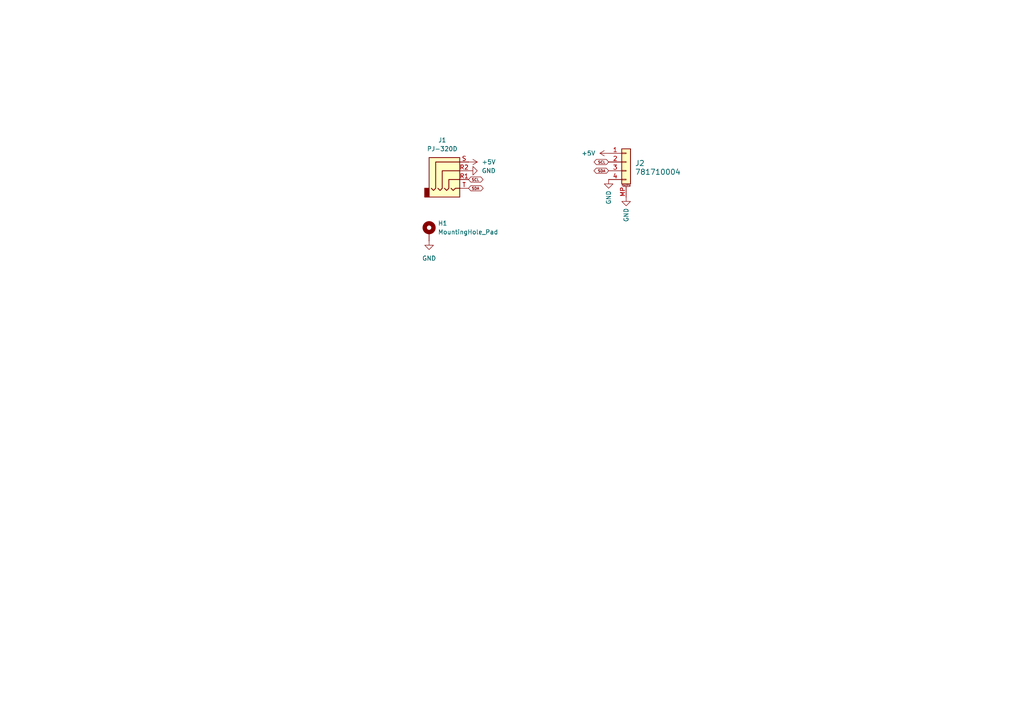
<source format=kicad_sch>
(kicad_sch (version 20231120) (generator "eeschema") (generator_version "8.0")
  (paper "A4")
  (lib_symbols
    (symbol "Connector_Audio:AudioJack4"
      (property "Reference" "J" (at 0 8.89 0))
      (property "Value" "AudioJack4" (at 0 6.35 0))
      (symbol "AudioJack4_0_1"
        (rectangle (start -6.35 -5.08) (end -7.62 -7.62) (stroke (width 0.254)) (fill (type outline)))
        (polyline (pts (xy 0 -5.08) (xy 0.635 -5.715) (xy 1.27 -5.08) (xy 2.54 -5.08)) (stroke (width 0.254)))
        (polyline (pts (xy -5.715 -5.08) (xy -5.08 -5.715) (xy -4.445 -5.08) (xy -4.445 2.54) (xy 2.54 2.54)) (stroke (width 0.254)))
        (polyline (pts (xy -1.905 -5.08) (xy -1.27 -5.715) (xy -0.635 -5.08) (xy -0.635 -2.54) (xy 2.54 -2.54)) (stroke (width 0.254)))
        (polyline (pts (xy 2.54 0) (xy -2.54 0) (xy -2.54 -5.08) (xy -3.175 -5.715) (xy -3.81 -5.08)) (stroke (width 0.254)))
        (rectangle (start 2.54 3.81) (end -6.35 -7.62) (stroke (width 0.254)) (fill (type background)))
      )
      (symbol "AudioJack4_1_1"
        (pin passive line (at 5.08 -2.54 180) (length 2.54) (name "~") (number "R1"))
        (pin passive line (at 5.08 0 180) (length 2.54) (name "~") (number "R2"))
        (pin passive line (at 5.08 2.54 180) (length 2.54) (name "~") (number "S"))
        (pin passive line (at 5.08 -5.08 180) (length 2.54) (name "~") (number "T"))
      )
    )
    (symbol "Connector_Generic_MountingPin:Conn_01x04_MountingPin" (pin_names (offset 1.016) hide)
      (property "Reference" "J" (at 0 5.08 0))
      (property "Value" "Conn_01x04_MountingPin" (at 1.27 -7.62 0))
      (symbol "Conn_01x04_MountingPin_1_1"
        (rectangle (start -1.27 -4.953) (end 0 -5.207) (stroke (width 0.1524)))
        (rectangle (start -1.27 -2.413) (end 0 -2.667) (stroke (width 0.1524)))
        (rectangle (start -1.27 0.127) (end 0 -0.127) (stroke (width 0.1524)))
        (rectangle (start -1.27 2.667) (end 0 2.413) (stroke (width 0.1524)))
        (rectangle (start -1.27 3.81) (end 1.27 -6.35) (stroke (width 0.254)) (fill (type background)))
        (polyline (pts (xy -1.016 -7.112) (xy 1.016 -7.112)) (stroke (width 0.1524)))
        (text "Mounting" (at 0 -6.731 0) (effects (font (size 0.381 0.381))))
        (pin passive line (at -5.08 2.54 0) (length 3.81) (name "Pin_1") (number "1"))
        (pin passive line (at -5.08 0 0) (length 3.81) (name "Pin_2") (number "2"))
        (pin passive line (at -5.08 -2.54 0) (length 3.81) (name "Pin_3") (number "3"))
        (pin passive line (at -5.08 -5.08 0) (length 3.81) (name "Pin_4") (number "4"))
        (pin passive line (at 0 -10.16 90) (length 3.048) (name "MountPin") (number "MP"))
      )
    )
    (symbol "Mechanical:MountingHole_Pad" (pin_numbers hide) (pin_names (offset 1.016) hide) (exclude_from_sim yes) (in_bom no)
      (property "Reference" "H" (at 0 6.35 0))
      (property "Value" "MountingHole_Pad" (at 0 4.445 0))
      (symbol "MountingHole_Pad_0_1"
        (circle (center 0 1.27) (radius 1.27) (stroke (width 1.27)))
      )
      (symbol "MountingHole_Pad_1_1"
        (pin input line (at 0 -2.54 90) (length 2.54) (name "1") (number "1"))
      )
    )
    (symbol "power:+5V" (power) (pin_numbers hide) (pin_names (offset 0) hide)
      (property "Value" "+5V" (at 0 3.556 0))
      (symbol "+5V_0_1"
        (polyline (pts (xy -0.762 1.27) (xy 0 2.54)))
        (polyline (pts (xy 0 0) (xy 0 2.54)))
        (polyline (pts (xy 0 2.54) (xy 0.762 1.27)))
      )
      (symbol "+5V_1_1"
        (pin power_in line (at 0 0 90) (length 0) (name "~") (number "1"))
      )
    )
    (symbol "power:GND" (power) (pin_numbers hide) (pin_names (offset 0) hide)
      (property "Value" "GND" (at 0 -3.81 0))
      (symbol "GND_0_1"
        (polyline (pts (xy 0 0) (xy 0 -1.27) (xy 1.27 -1.27) (xy 0 -2.54) (xy -1.27 -1.27) (xy 0 -1.27)))
      )
      (symbol "GND_1_1"
        (pin power_in line (at 0 0 270) (length 0) (name "~") (number "1"))
      )
    )
  )
  (global_label "SCL" (shape bidirectional) (at 135.89 52.07 0) (effects (font (size 0.762 0.762))) (property "Intersheetrefs" "${INTERSHEET_REFS}" (effects (hide yes))))
  (global_label "SDA" (shape bidirectional) (at 176.53 49.53 180) (effects (font (size 0.762 0.762))) (property "Intersheetrefs" "${INTERSHEET_REFS}" (effects (hide yes))))
  (global_label "SCL" (shape bidirectional) (at 176.53 46.99 180) (effects (font (size 0.762 0.762))) (property "Intersheetrefs" "${INTERSHEET_REFS}" (effects (hide yes))))
  (global_label "SDA" (shape bidirectional) (at 135.89 54.61 0) (effects (font (size 0.762 0.762))) (property "Intersheetrefs" "${INTERSHEET_REFS}" (effects (hide yes))))
  (symbol (lib_id "power:+5V") (at 176.53 44.45 90) (unit 1)
    (property "Reference" "#PWR03" (effects (hide yes)))
    (property "Value" "+5V" (at 172.72 44.4499 90) (effects (justify left)))
    (property "Description" "Power symbol creates a global label with name \"+5V\"" (effects (hide yes)))
  )
  (symbol (lib_id "Mechanical:MountingHole_Pad") (at 124.46 67.31 0) (unit 1) (exclude_from_sim yes) (in_bom no)
    (property "Reference" "H1" (at 127 64.7699 0) (effects (justify left)))
    (property "Value" "MountingHole_Pad" (at 127 67.3099 0) (effects (justify left)))
    (property "Footprint" "MountingHole:MountingHole_3.2mm_M3_Pad" (effects (hide yes)))
    (property "Description" "Mounting Hole with connection" (effects (hide yes)))
  )
  (symbol (lib_id "power:+5V") (at 135.89 46.99 270) (unit 1)
    (property "Reference" "#PWR02" (effects (hide yes)))
    (property "Value" "+5V" (at 139.7 46.9899 90) (effects (justify left)))
    (property "Description" "Power symbol creates a global label with name \"+5V\"" (effects (hide yes)))
  )
  (symbol (lib_id "power:GND") (at 176.53 52.07 0) (unit 1)
    (property "Reference" "#PWR04" (effects (hide yes)))
    (property "Value" "GND" (at 176.53 55.245 90) (effects (justify right)))
  )
  (symbol (lib_id "power:GND") (at 181.61 57.15 0) (unit 1)
    (property "Reference" "#PWR06" (effects (hide yes)))
    (property "Value" "GND" (at 181.61 60.325 90) (effects (justify right)))
  )
  (symbol (lib_id "power:GND") (at 124.46 69.85 0) (unit 1)
    (property "Reference" "#PWR05" (effects (hide yes)))
    (property "Value" "GND" (at 124.46 74.93 0))
    (property "Description" "Power symbol creates a global label with name \"GND\" , ground" (effects (hide yes)))
  )
  (symbol (lib_id "Connector_Audio:AudioJack4") (at 130.81 49.53 0) (unit 1)
    (property "Reference" "J1" (at 128.27 40.64 0))
    (property "Value" "PJ-320D" (at 128.27 43.18 0))
    (property "Footprint" "Connector_Audio:Jack_3.5mm_PJ320D_Horizontal" (effects (hide yes)))
    (property "Description" "Audio Jack, 4 Poles (TRRS)" (effects (hide yes)))
    (property "LCSC Part Number" "C431535" (effects (hide yes)))
  )
  (symbol (lib_id "power:GND") (at 135.89 49.53 90) (unit 1)
    (property "Reference" "#PWR01" (effects (hide yes)))
    (property "Value" "GND" (at 139.7 49.5299 90) (effects (justify right)))
    (property "Description" "Power symbol creates a global label with name \"GND\" , ground" (effects (hide yes)))
  )
  (symbol (lib_id "Connector_Generic_MountingPin:Conn_01x04_MountingPin") (at 181.61 46.99 0) (unit 1)
    (property "Reference" "J2" (at 184.15 47.3455 0) (effects (font (size 1.524 1.524)) (justify left)))
    (property "Value" "781710004" (at 184.15 49.8855 0) (effects (font (size 1.524 1.524)) (justify left)))
    (property "Footprint" "Connector_Molex:Molex_Pico-EZmate_78171-0004_1x04-1MP_P1.20mm_Vertical" (effects (hide yes)))
    (property "Description" "Generic connectable mounting pin connector, single row, 01x04, script generated (kicad-library-utils/schlib/autogen/connector/)" (effects (hide yes)))
  )
)
</source>
